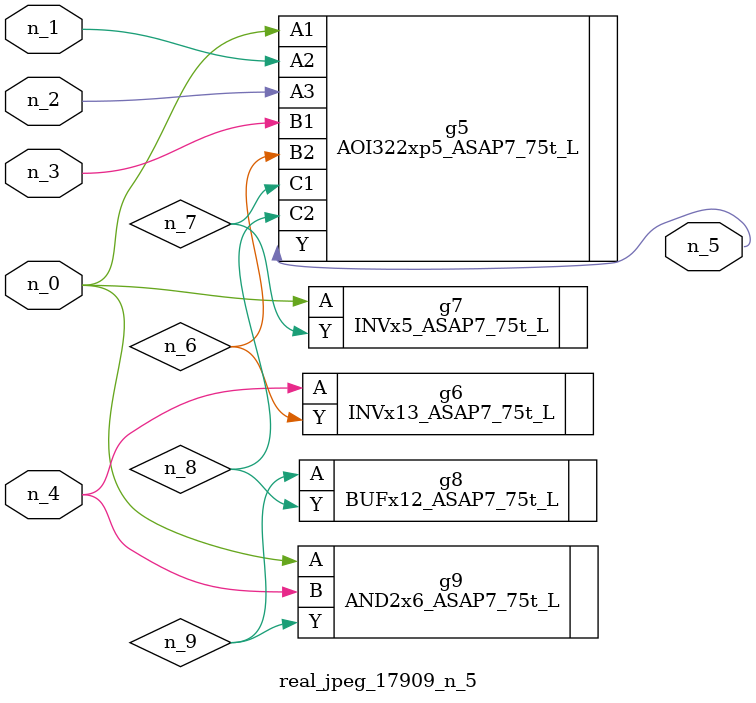
<source format=v>
module real_jpeg_17909_n_5 (n_4, n_0, n_1, n_2, n_3, n_5);

input n_4;
input n_0;
input n_1;
input n_2;
input n_3;

output n_5;

wire n_8;
wire n_6;
wire n_7;
wire n_9;

AOI322xp5_ASAP7_75t_L g5 ( 
.A1(n_0),
.A2(n_1),
.A3(n_2),
.B1(n_3),
.B2(n_6),
.C1(n_7),
.C2(n_8),
.Y(n_5)
);

INVx5_ASAP7_75t_L g7 ( 
.A(n_0),
.Y(n_7)
);

AND2x6_ASAP7_75t_L g9 ( 
.A(n_0),
.B(n_4),
.Y(n_9)
);

INVx13_ASAP7_75t_L g6 ( 
.A(n_4),
.Y(n_6)
);

BUFx12_ASAP7_75t_L g8 ( 
.A(n_9),
.Y(n_8)
);


endmodule
</source>
